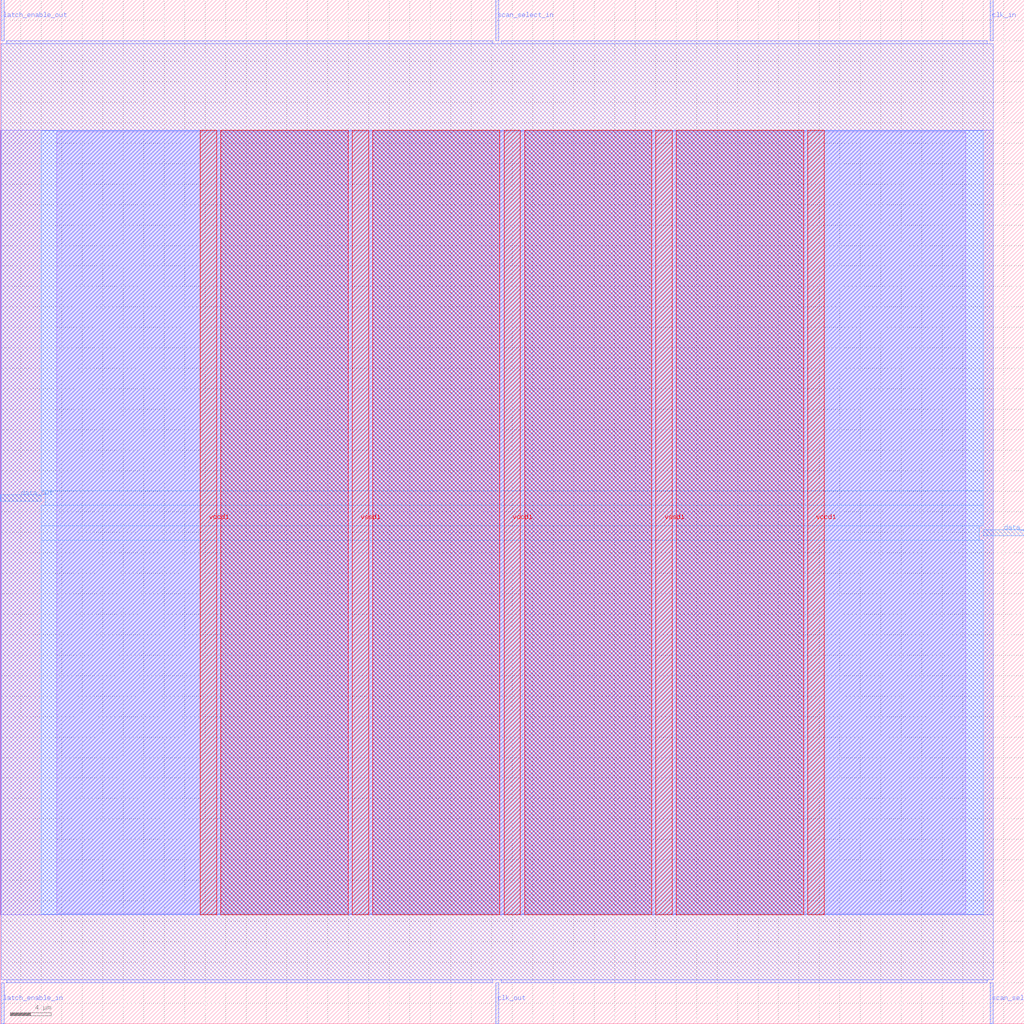
<source format=lef>
VERSION 5.7 ;
  NOWIREEXTENSIONATPIN ON ;
  DIVIDERCHAR "/" ;
  BUSBITCHARS "[]" ;
MACRO scan_wrapper_341163800289870419
  CLASS BLOCK ;
  FOREIGN scan_wrapper_341163800289870419 ;
  ORIGIN 0.000 0.000 ;
  SIZE 100.000 BY 100.000 ;
  PIN clk_in
    DIRECTION INPUT ;
    USE SIGNAL ;
    PORT
      LAYER met2 ;
        RECT 96.690 96.000 96.970 100.000 ;
    END
  END clk_in
  PIN clk_out
    DIRECTION OUTPUT TRISTATE ;
    USE SIGNAL ;
    PORT
      LAYER met2 ;
        RECT 48.390 0.000 48.670 4.000 ;
    END
  END clk_out
  PIN data_in
    DIRECTION INPUT ;
    USE SIGNAL ;
    PORT
      LAYER met3 ;
        RECT 96.000 47.640 100.000 48.240 ;
    END
  END data_in
  PIN data_out
    DIRECTION OUTPUT TRISTATE ;
    USE SIGNAL ;
    PORT
      LAYER met3 ;
        RECT 0.000 51.040 4.000 51.640 ;
    END
  END data_out
  PIN latch_enable_in
    DIRECTION INPUT ;
    USE SIGNAL ;
    PORT
      LAYER met2 ;
        RECT 0.090 0.000 0.370 4.000 ;
    END
  END latch_enable_in
  PIN latch_enable_out
    DIRECTION OUTPUT TRISTATE ;
    USE SIGNAL ;
    PORT
      LAYER met2 ;
        RECT 0.090 96.000 0.370 100.000 ;
    END
  END latch_enable_out
  PIN scan_select_in
    DIRECTION INPUT ;
    USE SIGNAL ;
    PORT
      LAYER met2 ;
        RECT 48.390 96.000 48.670 100.000 ;
    END
  END scan_select_in
  PIN scan_select_out
    DIRECTION OUTPUT TRISTATE ;
    USE SIGNAL ;
    PORT
      LAYER met2 ;
        RECT 96.690 0.000 96.970 4.000 ;
    END
  END scan_select_out
  PIN vccd1
    DIRECTION INPUT ;
    USE POWER ;
    PORT
      LAYER met4 ;
        RECT 19.550 10.640 21.150 87.280 ;
    END
    PORT
      LAYER met4 ;
        RECT 49.200 10.640 50.800 87.280 ;
    END
    PORT
      LAYER met4 ;
        RECT 78.855 10.640 80.455 87.280 ;
    END
  END vccd1
  PIN vssd1
    DIRECTION INPUT ;
    USE GROUND ;
    PORT
      LAYER met4 ;
        RECT 34.370 10.640 35.970 87.280 ;
    END
    PORT
      LAYER met4 ;
        RECT 64.025 10.640 65.625 87.280 ;
    END
  END vssd1
  OBS
      LAYER li1 ;
        RECT 5.520 10.795 94.300 87.125 ;
      LAYER met1 ;
        RECT 0.070 10.640 96.990 87.280 ;
      LAYER met2 ;
        RECT 0.650 95.720 48.110 96.000 ;
        RECT 48.950 95.720 96.410 96.000 ;
        RECT 0.100 4.280 96.960 95.720 ;
        RECT 0.650 4.000 48.110 4.280 ;
        RECT 48.950 4.000 96.410 4.280 ;
      LAYER met3 ;
        RECT 4.000 52.040 96.000 87.205 ;
        RECT 4.400 50.640 96.000 52.040 ;
        RECT 4.000 48.640 96.000 50.640 ;
        RECT 4.000 47.240 95.600 48.640 ;
        RECT 4.000 10.715 96.000 47.240 ;
      LAYER met4 ;
        RECT 21.550 10.640 33.970 87.280 ;
        RECT 36.370 10.640 48.800 87.280 ;
        RECT 51.200 10.640 63.625 87.280 ;
        RECT 66.025 10.640 78.455 87.280 ;
  END
END scan_wrapper_341163800289870419
END LIBRARY


</source>
